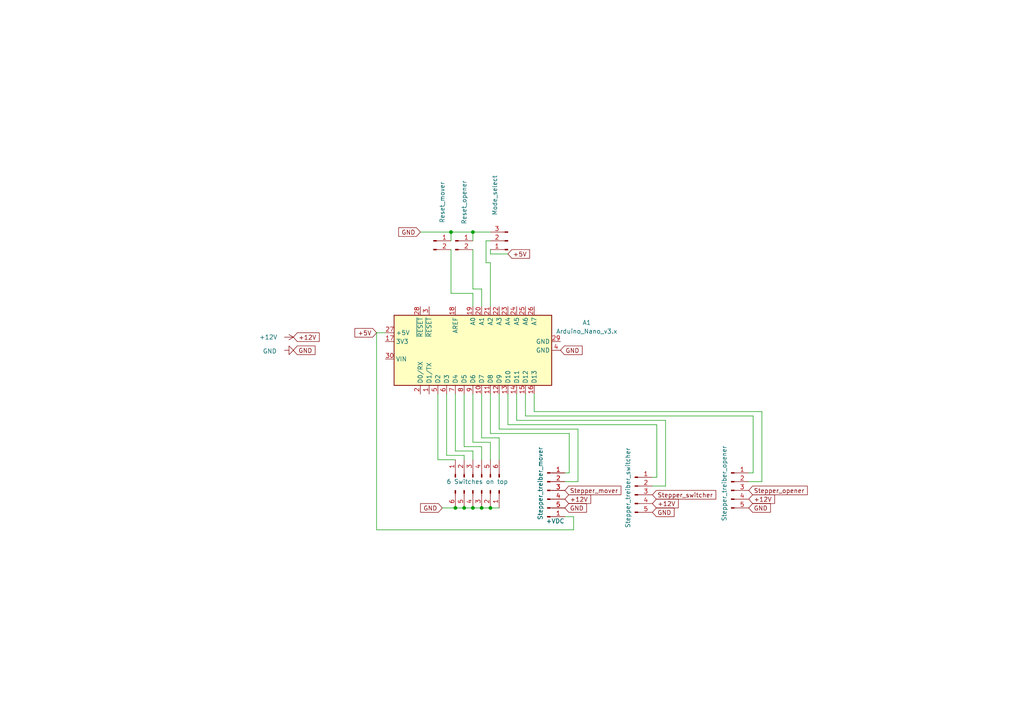
<source format=kicad_sch>
(kicad_sch (version 20231120) (generator "eeschema") (generator_version "8.0")
  (paper "A4")
  (lib_symbols
    (symbol "Connector:Conn_01x01_Pin" (pin_names (offset 1.016) hide)
      (property "Reference" "J" (at 0 2.54 0))
      (property "Value" "Conn_01x01_Pin" (at 0 -2.54 0))
      (symbol "Conn_01x01_Pin_1_1"
        (polyline (pts (xy 1.27 0) (xy 0.8636 0)) (stroke (width 0.1524)))
        (rectangle (start 0.8636 0.127) (end 0 -0.127) (stroke (width 0.1524)) (fill (type outline)))
        (pin passive line (at 5.08 0 180) (length 3.81) (name "Pin_1") (number "1"))
      )
    )
    (symbol "Connector:Conn_01x02_Pin" (pin_names (offset 1.016) hide)
      (property "Reference" "J" (at 0 2.54 0))
      (property "Value" "Conn_01x02_Pin" (at 0 -5.08 0))
      (symbol "Conn_01x02_Pin_1_1"
        (polyline (pts (xy 1.27 -2.54) (xy 0.8636 -2.54)) (stroke (width 0.1524)))
        (polyline (pts (xy 1.27 0) (xy 0.8636 0)) (stroke (width 0.1524)))
        (rectangle (start 0.8636 -2.413) (end 0 -2.667) (stroke (width 0.1524)) (fill (type outline)))
        (rectangle (start 0.8636 0.127) (end 0 -0.127) (stroke (width 0.1524)) (fill (type outline)))
        (pin passive line (at 5.08 0 180) (length 3.81) (name "Pin_1") (number "1"))
        (pin passive line (at 5.08 -2.54 180) (length 3.81) (name "Pin_2") (number "2"))
      )
    )
    (symbol "Connector:Conn_01x03_Pin" (pin_names (offset 1.016) hide)
      (property "Reference" "J" (at 0 5.08 0))
      (property "Value" "Conn_01x03_Pin" (at 0 -5.08 0))
      (symbol "Conn_01x03_Pin_1_1"
        (polyline (pts (xy 1.27 -2.54) (xy 0.8636 -2.54)) (stroke (width 0.1524)))
        (polyline (pts (xy 1.27 0) (xy 0.8636 0)) (stroke (width 0.1524)))
        (polyline (pts (xy 1.27 2.54) (xy 0.8636 2.54)) (stroke (width 0.1524)))
        (rectangle (start 0.8636 -2.413) (end 0 -2.667) (stroke (width 0.1524)) (fill (type outline)))
        (rectangle (start 0.8636 0.127) (end 0 -0.127) (stroke (width 0.1524)) (fill (type outline)))
        (rectangle (start 0.8636 2.667) (end 0 2.413) (stroke (width 0.1524)) (fill (type outline)))
        (pin passive line (at 5.08 2.54 180) (length 3.81) (name "Pin_1") (number "1"))
        (pin passive line (at 5.08 0 180) (length 3.81) (name "Pin_2") (number "2"))
        (pin passive line (at 5.08 -2.54 180) (length 3.81) (name "Pin_3") (number "3"))
      )
    )
    (symbol "Connector:Conn_01x05_Pin" (pin_names (offset 1.016) hide)
      (property "Reference" "J" (at 0 7.62 0))
      (property "Value" "Conn_01x05_Pin" (at 0 -7.62 0))
      (symbol "Conn_01x05_Pin_1_1"
        (polyline (pts (xy 1.27 -5.08) (xy 0.8636 -5.08)) (stroke (width 0.1524)))
        (polyline (pts (xy 1.27 -2.54) (xy 0.8636 -2.54)) (stroke (width 0.1524)))
        (polyline (pts (xy 1.27 0) (xy 0.8636 0)) (stroke (width 0.1524)))
        (polyline (pts (xy 1.27 2.54) (xy 0.8636 2.54)) (stroke (width 0.1524)))
        (polyline (pts (xy 1.27 5.08) (xy 0.8636 5.08)) (stroke (width 0.1524)))
        (rectangle (start 0.8636 -4.953) (end 0 -5.207) (stroke (width 0.1524)) (fill (type outline)))
        (rectangle (start 0.8636 -2.413) (end 0 -2.667) (stroke (width 0.1524)) (fill (type outline)))
        (rectangle (start 0.8636 0.127) (end 0 -0.127) (stroke (width 0.1524)) (fill (type outline)))
        (rectangle (start 0.8636 2.667) (end 0 2.413) (stroke (width 0.1524)) (fill (type outline)))
        (rectangle (start 0.8636 5.207) (end 0 4.953) (stroke (width 0.1524)) (fill (type outline)))
        (pin passive line (at 5.08 5.08 180) (length 3.81) (name "Pin_1") (number "1"))
        (pin passive line (at 5.08 2.54 180) (length 3.81) (name "Pin_2") (number "2"))
        (pin passive line (at 5.08 0 180) (length 3.81) (name "Pin_3") (number "3"))
        (pin passive line (at 5.08 -2.54 180) (length 3.81) (name "Pin_4") (number "4"))
        (pin passive line (at 5.08 -5.08 180) (length 3.81) (name "Pin_5") (number "5"))
      )
    )
    (symbol "Connector:Conn_01x06_Pin" (pin_names (offset 1.016) hide)
      (property "Reference" "J" (at 0 7.62 0))
      (property "Value" "Conn_01x06_Pin" (at 0 -10.16 0))
      (symbol "Conn_01x06_Pin_1_1"
        (polyline (pts (xy 1.27 -7.62) (xy 0.8636 -7.62)) (stroke (width 0.1524)))
        (polyline (pts (xy 1.27 -5.08) (xy 0.8636 -5.08)) (stroke (width 0.1524)))
        (polyline (pts (xy 1.27 -2.54) (xy 0.8636 -2.54)) (stroke (width 0.1524)))
        (polyline (pts (xy 1.27 0) (xy 0.8636 0)) (stroke (width 0.1524)))
        (polyline (pts (xy 1.27 2.54) (xy 0.8636 2.54)) (stroke (width 0.1524)))
        (polyline (pts (xy 1.27 5.08) (xy 0.8636 5.08)) (stroke (width 0.1524)))
        (rectangle (start 0.8636 -7.493) (end 0 -7.747) (stroke (width 0.1524)) (fill (type outline)))
        (rectangle (start 0.8636 -4.953) (end 0 -5.207) (stroke (width 0.1524)) (fill (type outline)))
        (rectangle (start 0.8636 -2.413) (end 0 -2.667) (stroke (width 0.1524)) (fill (type outline)))
        (rectangle (start 0.8636 0.127) (end 0 -0.127) (stroke (width 0.1524)) (fill (type outline)))
        (rectangle (start 0.8636 2.667) (end 0 2.413) (stroke (width 0.1524)) (fill (type outline)))
        (rectangle (start 0.8636 5.207) (end 0 4.953) (stroke (width 0.1524)) (fill (type outline)))
        (pin passive line (at 5.08 5.08 180) (length 3.81) (name "Pin_1") (number "1"))
        (pin passive line (at 5.08 2.54 180) (length 3.81) (name "Pin_2") (number "2"))
        (pin passive line (at 5.08 0 180) (length 3.81) (name "Pin_3") (number "3"))
        (pin passive line (at 5.08 -2.54 180) (length 3.81) (name "Pin_4") (number "4"))
        (pin passive line (at 5.08 -5.08 180) (length 3.81) (name "Pin_5") (number "5"))
        (pin passive line (at 5.08 -7.62 180) (length 3.81) (name "Pin_6") (number "6"))
      )
    )
    (symbol "MCU_Module:Arduino_Nano_v3.x"
      (property "Reference" "A" (at -10.16 23.495 0))
      (property "Value" "Arduino_Nano_v3.x" (at 5.08 -24.13 0))
      (symbol "Arduino_Nano_v3.x_0_1"
        (rectangle (start -10.16 22.86) (end 10.16 -22.86) (stroke (width 0.254)) (fill (type background)))
      )
      (symbol "Arduino_Nano_v3.x_1_1"
        (pin bidirectional line (at -12.7 12.7 0) (length 2.54) (name "D1/TX") (number "1"))
        (pin bidirectional line (at -12.7 -2.54 0) (length 2.54) (name "D7") (number "10"))
        (pin bidirectional line (at -12.7 -5.08 0) (length 2.54) (name "D8") (number "11"))
        (pin bidirectional line (at -12.7 -7.62 0) (length 2.54) (name "D9") (number "12"))
        (pin bidirectional line (at -12.7 -10.16 0) (length 2.54) (name "D10") (number "13"))
        (pin bidirectional line (at -12.7 -12.7 0) (length 2.54) (name "D11") (number "14"))
        (pin bidirectional line (at -12.7 -15.24 0) (length 2.54) (name "D12") (number "15"))
        (pin bidirectional line (at -12.7 -17.78 0) (length 2.54) (name "D13") (number "16"))
        (pin power_out line (at 2.54 25.4 270) (length 2.54) (name "3V3") (number "17"))
        (pin input line (at 12.7 5.08 180) (length 2.54) (name "AREF") (number "18"))
        (pin bidirectional line (at 12.7 0 180) (length 2.54) (name "A0") (number "19"))
        (pin bidirectional line (at -12.7 15.24 0) (length 2.54) (name "D0/RX") (number "2"))
        (pin bidirectional line (at 12.7 -2.54 180) (length 2.54) (name "A1") (number "20"))
        (pin bidirectional line (at 12.7 -5.08 180) (length 2.54) (name "A2") (number "21"))
        (pin bidirectional line (at 12.7 -7.62 180) (length 2.54) (name "A3") (number "22"))
        (pin bidirectional line (at 12.7 -10.16 180) (length 2.54) (name "A4") (number "23"))
        (pin bidirectional line (at 12.7 -12.7 180) (length 2.54) (name "A5") (number "24"))
        (pin bidirectional line (at 12.7 -15.24 180) (length 2.54) (name "A6") (number "25"))
        (pin bidirectional line (at 12.7 -17.78 180) (length 2.54) (name "A7") (number "26"))
        (pin power_out line (at 5.08 25.4 270) (length 2.54) (name "+5V") (number "27"))
        (pin input line (at 12.7 15.24 180) (length 2.54) (name "~{RESET}") (number "28"))
        (pin power_in line (at 2.54 -25.4 90) (length 2.54) (name "GND") (number "29"))
        (pin input line (at 12.7 12.7 180) (length 2.54) (name "~{RESET}") (number "3"))
        (pin power_in line (at -2.54 25.4 270) (length 2.54) (name "VIN") (number "30"))
        (pin power_in line (at 0 -25.4 90) (length 2.54) (name "GND") (number "4"))
        (pin bidirectional line (at -12.7 10.16 0) (length 2.54) (name "D2") (number "5"))
        (pin bidirectional line (at -12.7 7.62 0) (length 2.54) (name "D3") (number "6"))
        (pin bidirectional line (at -12.7 5.08 0) (length 2.54) (name "D4") (number "7"))
        (pin bidirectional line (at -12.7 2.54 0) (length 2.54) (name "D5") (number "8"))
        (pin bidirectional line (at -12.7 0 0) (length 2.54) (name "D6") (number "9"))
      )
    )
    (symbol "power:GND" (power) (pin_numbers hide) (pin_names (offset 0) hide)
      (property "Value" "GND" (at 0 -3.81 0))
      (symbol "GND_0_1"
        (polyline (pts (xy 0 0) (xy 0 -1.27) (xy 1.27 -1.27) (xy 0 -2.54) (xy -1.27 -1.27) (xy 0 -1.27)))
      )
      (symbol "GND_1_1"
        (pin power_in line (at 0 0 270) (length 0) (name "~") (number "1"))
      )
    )
    (symbol "power:VCC" (power) (pin_numbers hide) (pin_names (offset 0) hide)
      (property "Value" "VCC" (at 0 3.556 0))
      (symbol "VCC_0_1"
        (polyline (pts (xy -0.762 1.27) (xy 0 2.54)))
        (polyline (pts (xy 0 0) (xy 0 2.54)))
        (polyline (pts (xy 0 2.54) (xy 0.762 1.27)))
      )
      (symbol "VCC_1_1"
        (pin power_in line (at 0 0 90) (length 0) (name "~") (number "1"))
      )
    )
  )
  (junction (at 142.24 147.32))
  (junction (at 132.08 147.32))
  (junction (at 134.62 147.32))
  (junction (at 137.16 67.31))
  (junction (at 137.16 147.32))
  (junction (at 130.81 67.31))
  (junction (at 139.7 147.32))
  (wire (pts (xy 132.08 114.3) (xy 132.08 130.81)))
  (wire (pts (xy 144.78 114.3) (xy 144.78 124.46)))
  (wire (pts (xy 109.22 153.67) (xy 109.22 96.52)))
  (wire (pts (xy 134.62 129.54) (xy 139.7 129.54)))
  (wire (pts (xy 154.94 119.38) (xy 220.98 119.38)))
  (wire (pts (xy 140.97 76.2) (xy 140.97 69.85)))
  (wire (pts (xy 152.4 120.65) (xy 218.44 120.65)))
  (wire (pts (xy 190.5 123.19) (xy 190.5 138.43)))
  (wire (pts (xy 167.64 139.7) (xy 163.83 139.7)))
  (wire (pts (xy 137.16 114.3) (xy 137.16 128.27)))
  (wire (pts (xy 127 133.35) (xy 132.08 133.35)))
  (wire (pts (xy 149.86 114.3) (xy 149.86 121.92)))
  (wire (pts (xy 129.54 114.3) (xy 129.54 132.08)))
  (wire (pts (xy 137.16 67.31) (xy 142.24 67.31)))
  (wire (pts (xy 139.7 114.3) (xy 139.7 127)))
  (wire (pts (xy 144.78 127) (xy 144.78 133.35)))
  (wire (pts (xy 130.81 85.09) (xy 130.81 72.39)))
  (wire (pts (xy 137.16 130.81) (xy 137.16 133.35)))
  (wire (pts (xy 218.44 120.65) (xy 218.44 137.16)))
  (wire (pts (xy 142.24 76.2) (xy 142.24 88.9)))
  (wire (pts (xy 140.97 69.85) (xy 142.24 69.85)))
  (wire (pts (xy 128.27 147.32) (xy 132.08 147.32)))
  (wire (pts (xy 142.24 147.32) (xy 144.78 147.32)))
  (wire (pts (xy 142.24 76.2) (xy 140.97 76.2)))
  (wire (pts (xy 190.5 138.43) (xy 189.23 138.43)))
  (wire (pts (xy 166.37 149.86) (xy 166.37 153.67)))
  (wire (pts (xy 220.98 139.7) (xy 217.17 139.7)))
  (wire (pts (xy 139.7 129.54) (xy 139.7 133.35)))
  (wire (pts (xy 134.62 114.3) (xy 134.62 129.54)))
  (wire (pts (xy 142.24 73.66) (xy 147.32 73.66)))
  (wire (pts (xy 139.7 88.9) (xy 139.7 83.82)))
  (wire (pts (xy 137.16 128.27) (xy 142.24 128.27)))
  (wire (pts (xy 129.54 132.08) (xy 134.62 132.08)))
  (wire (pts (xy 147.32 123.19) (xy 190.5 123.19)))
  (wire (pts (xy 167.64 124.46) (xy 167.64 139.7)))
  (wire (pts (xy 127 114.3) (xy 127 133.35)))
  (wire (pts (xy 121.92 67.31) (xy 130.81 67.31)))
  (wire (pts (xy 109.22 96.52) (xy 111.76 96.52)))
  (wire (pts (xy 134.62 147.32) (xy 137.16 147.32)))
  (wire (pts (xy 132.08 147.32) (xy 134.62 147.32)))
  (wire (pts (xy 193.04 140.97) (xy 189.23 140.97)))
  (wire (pts (xy 142.24 72.39) (xy 142.24 73.66)))
  (wire (pts (xy 149.86 121.92) (xy 193.04 121.92)))
  (wire (pts (xy 166.37 153.67) (xy 109.22 153.67)))
  (wire (pts (xy 137.16 85.09) (xy 130.81 85.09)))
  (wire (pts (xy 165.1 137.16) (xy 163.83 137.16)))
  (wire (pts (xy 139.7 147.32) (xy 142.24 147.32)))
  (wire (pts (xy 144.78 124.46) (xy 167.64 124.46)))
  (wire (pts (xy 142.24 125.73) (xy 165.1 125.73)))
  (wire (pts (xy 130.81 67.31) (xy 137.16 67.31)))
  (wire (pts (xy 163.83 149.86) (xy 166.37 149.86)))
  (wire (pts (xy 130.81 67.31) (xy 130.81 69.85)))
  (wire (pts (xy 152.4 120.65) (xy 152.4 114.3)))
  (wire (pts (xy 137.16 88.9) (xy 137.16 85.09)))
  (wire (pts (xy 220.98 119.38) (xy 220.98 139.7)))
  (wire (pts (xy 137.16 147.32) (xy 139.7 147.32)))
  (wire (pts (xy 142.24 128.27) (xy 142.24 133.35)))
  (wire (pts (xy 218.44 137.16) (xy 217.17 137.16)))
  (wire (pts (xy 139.7 83.82) (xy 137.16 83.82)))
  (wire (pts (xy 193.04 121.92) (xy 193.04 140.97)))
  (wire (pts (xy 137.16 67.31) (xy 137.16 69.85)))
  (wire (pts (xy 139.7 127) (xy 144.78 127)))
  (wire (pts (xy 132.08 130.81) (xy 137.16 130.81)))
  (wire (pts (xy 137.16 72.39) (xy 137.16 83.82)))
  (wire (pts (xy 142.24 114.3) (xy 142.24 125.73)))
  (wire (pts (xy 147.32 114.3) (xy 147.32 123.19)))
  (wire (pts (xy 165.1 125.73) (xy 165.1 137.16)))
  (wire (pts (xy 154.94 114.3) (xy 154.94 119.38)))
  (wire (pts (xy 134.62 132.08) (xy 134.62 133.35)))
  (global_label "GND" (shape input) (at 217.17 147.32 0) (property "Intersheetrefs" "${INTERSHEET_REFS}" (effects (hide yes))))
  (global_label "GND" (shape input) (at 128.27 147.32 180) (property "Intersheetrefs" "${INTERSHEET_REFS}" (effects (hide yes))))
  (global_label "Stepper_switcher" (shape input) (at 189.23 143.51 0) (property "Intersheetrefs" "${INTERSHEET_REFS}" (effects (hide yes))))
  (global_label "GND" (shape input) (at 163.83 147.32 0) (property "Intersheetrefs" "${INTERSHEET_REFS}" (effects (hide yes))))
  (global_label "Stepper_opener" (shape input) (at 217.17 142.24 0) (property "Intersheetrefs" "${INTERSHEET_REFS}" (effects (hide yes))))
  (global_label "+12V" (shape input) (at 217.17 144.78 0) (property "Intersheetrefs" "${INTERSHEET_REFS}" (effects (hide yes))))
  (global_label "+5V" (shape input) (at 147.32 73.66 0) (property "Intersheetrefs" "${INTERSHEET_REFS}" (effects (hide yes))))
  (global_label "Stepper_mover" (shape input) (at 163.83 142.24 0) (property "Intersheetrefs" "${INTERSHEET_REFS}" (effects (hide yes))))
  (global_label "+12V" (shape input) (at 163.83 144.78 0) (property "Intersheetrefs" "${INTERSHEET_REFS}" (effects (hide yes))))
  (global_label "GND" (shape input) (at 121.92 67.31 180) (property "Intersheetrefs" "${INTERSHEET_REFS}" (effects (hide yes))))
  (global_label "GND" (shape input) (at 162.56 101.6 0) (property "Intersheetrefs" "${INTERSHEET_REFS}" (effects (hide yes))))
  (global_label "GND" (shape input) (at 189.23 148.59 0) (property "Intersheetrefs" "${INTERSHEET_REFS}" (effects (hide yes))))
  (global_label "+12V" (shape input) (at 85.09 97.79 0) (property "Intersheetrefs" "${INTERSHEET_REFS}" (effects (hide yes))))
  (global_label "GND" (shape input) (at 85.09 101.6 0) (property "Intersheetrefs" "${INTERSHEET_REFS}" (effects (hide yes))))
  (global_label "+12V" (shape input) (at 189.23 146.05 0) (property "Intersheetrefs" "${INTERSHEET_REFS}" (effects (hide yes))))
  (global_label "+5V" (shape input) (at 109.22 96.52 180) (property "Intersheetrefs" "${INTERSHEET_REFS}" (effects (hide yes))))
  (symbol (lib_id "Connector:Conn_01x05_Pin") (at 184.15 143.51 0) (unit 1)
    (property "Reference" "J2" (effects (hide yes)))
    (property "Value" "Stepper_treiber_switcher" (at 182.118 141.478 90))
    (property "Description" "Generic connector, single row, 01x05, script generated" (effects (hide yes)))
  )
  (symbol (lib_id "MCU_Module:Arduino_Nano_v3.x") (at 137.16 101.6 90) (unit 1)
    (property "Reference" "A1" (at 170.18 93.5638 90))
    (property "Value" "Arduino_Nano_v3.x" (at 170.18 96.1038 90))
    (property "Footprint" "Module:Arduino_Nano" (effects (hide yes)))
    (property "Datasheet" "http://www.mouser.com/pdfdocs/Gravitech_Arduino_Nano3_0.pdf" (effects (hide yes)))
    (property "Description" "Arduino Nano v3.x" (effects (hide yes)))
  )
  (symbol (lib_id "power:GND") (at 82.55 101.6 90) (unit 1)
    (property "Reference" "#PWR02" (effects (hide yes)))
    (property "Value" "GND" (at 76.2 101.854 90) (effects (justify right)))
    (property "Description" "Power symbol creates a global label with name \"GND\" , ground" (effects (hide yes)))
  )
  (symbol (lib_id "Connector:Conn_01x05_Pin") (at 212.09 142.24 0) (unit 1)
    (property "Reference" "J3" (effects (hide yes)))
    (property "Value" "Stepper_treiber_opener" (at 210.058 140.208 90))
    (property "Description" "Generic connector, single row, 01x05, script generated" (effects (hide yes)))
  )
  (symbol (lib_id "Connector:Conn_01x01_Pin") (at 158.75 149.86 0) (unit 1)
    (property "Reference" "J4" (effects (hide yes)))
    (property "Value" "+VDC" (at 161.036 151.13 0))
    (property "Description" "Generic connector, single row, 01x01, script generated" (effects (hide yes)))
  )
  (symbol (lib_id "Connector:Conn_01x02_Pin") (at 132.08 69.85 0) (unit 1)
    (property "Reference" "J5" (effects (hide yes)))
    (property "Value" "Reset_opener" (at 134.62 58.674 90))
    (property "Description" "Generic connector, single row, 01x02, script generated" (effects (hide yes)))
  )
  (symbol (lib_id "Connector:Conn_01x06_Pin") (at 137.16 138.43 90) (unit 1)
    (property "Reference" "J1" (effects (hide yes)))
    (property "Value" "6 Switches on top" (effects (hide yes)))
    (property "Description" "Generic connector, single row, 01x06, script generated" (effects (hide yes)))
  )
  (symbol (lib_id "Connector:Conn_01x03_Pin") (at 147.32 69.85 180) (unit 1)
    (property "Reference" "J6" (effects (hide yes)))
    (property "Value" "Mode_select" (at 143.51 62.484 90) (effects (justify right)))
    (property "Description" "Generic connector, single row, 01x03, script generated" (effects (hide yes)))
  )
  (symbol (lib_id "power:VCC") (at 82.55 97.79 270) (unit 1)
    (property "Reference" "#PWR01" (effects (hide yes)))
    (property "Value" "+12V" (at 75.184 97.79 90) (effects (justify left)))
    (property "Description" "Power symbol creates a global label with name \"VCC\"" (effects (hide yes)))
  )
  (symbol (lib_id "Connector:Conn_01x05_Pin") (at 158.75 142.24 0) (unit 1)
    (property "Reference" "J9" (effects (hide yes)))
    (property "Value" "Stepper_treiber_mover" (at 156.718 140.208 90))
    (property "Description" "Generic connector, single row, 01x05, script generated" (effects (hide yes)))
  )
  (symbol (lib_id "Connector:Conn_01x06_Pin") (at 139.7 142.24 270) (unit 1)
    (property "Reference" "J10" (effects (hide yes)))
    (property "Value" "6 Switches on top" (at 138.43 139.7 90))
    (property "Description" "Generic connector, single row, 01x06, script generated" (effects (hide yes)))
  )
  (symbol (lib_id "Connector:Conn_01x02_Pin") (at 125.73 69.85 0) (unit 1)
    (property "Reference" "J11" (effects (hide yes)))
    (property "Value" "Reset_mover" (at 128.27 58.674 90))
    (property "Description" "Generic connector, single row, 01x02, script generated" (effects (hide yes)))
  )
)
</source>
